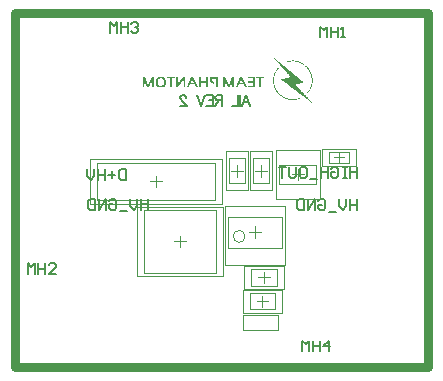
<source format=gbo>
G04*
G04 #@! TF.GenerationSoftware,Altium Limited,Altium Designer,20.2.6 (244)*
G04*
G04 Layer_Color=32896*
%FSLAX25Y25*%
%MOIN*%
G70*
G04*
G04 #@! TF.SameCoordinates,B85B110F-4335-4BA8-B73C-61F3E7A17BBE*
G04*
G04*
G04 #@! TF.FilePolarity,Positive*
G04*
G01*
G75*
%ADD12C,0.00197*%
%ADD13C,0.00650*%
%ADD14C,0.03000*%
%ADD15C,0.00394*%
G36*
X64427Y93349D02*
X63775D01*
Y94848D01*
X62026D01*
Y93349D01*
X61387D01*
Y96889D01*
X62026D01*
Y95417D01*
X63775D01*
Y96889D01*
X64427D01*
Y93349D01*
D02*
G37*
G36*
X56793D02*
X56154D01*
Y95972D01*
X54281Y93349D01*
X53642D01*
Y96889D01*
X54267D01*
Y94307D01*
X56127Y96889D01*
X56793D01*
Y93349D01*
D02*
G37*
G36*
X73088Y93349D02*
X72477D01*
Y95820D01*
X71506Y93349D01*
X70951D01*
X69979Y95820D01*
Y93349D01*
X69382D01*
Y96889D01*
X70034D01*
X71214Y94210D01*
X72394Y96889D01*
X73088D01*
Y93349D01*
D02*
G37*
G36*
X46202Y93349D02*
X45592D01*
Y95820D01*
X44620Y93349D01*
X44065D01*
X43107Y95820D01*
Y93349D01*
X42496D01*
Y96889D01*
X43149D01*
X44329Y94210D01*
X45522Y96889D01*
X46202D01*
Y93349D01*
D02*
G37*
G36*
X83040Y96319D02*
X82027D01*
Y93349D01*
X81388D01*
Y96319D01*
X80361D01*
Y96889D01*
X83040D01*
Y96319D01*
D02*
G37*
G36*
X79986Y93349D02*
X77543D01*
Y93918D01*
X79348D01*
Y94848D01*
X77668D01*
Y95431D01*
X79348D01*
Y96319D01*
X77571D01*
Y96889D01*
X79986D01*
Y93349D01*
D02*
G37*
G36*
X77238D02*
X76586D01*
X75406Y96208D01*
X74851Y94876D01*
X75573D01*
X75795Y94307D01*
X74615D01*
X74212Y93349D01*
X73504D01*
X75045Y96889D01*
X75753D01*
X77238Y93349D01*
D02*
G37*
G36*
X67522Y93349D02*
X66870D01*
Y96292D01*
X65981D01*
X65829Y96278D01*
X65732Y96236D01*
X65662Y96194D01*
X65648Y96181D01*
X65579Y96083D01*
X65551Y95986D01*
X65537Y95903D01*
Y95875D01*
Y95861D01*
X65551Y95764D01*
X65579Y95681D01*
X65648Y95542D01*
X65704Y95487D01*
X65732Y95445D01*
X65759Y95431D01*
X65773Y95417D01*
X65870Y95362D01*
X65968Y95306D01*
X66190Y95223D01*
X66287Y95195D01*
X66370Y95167D01*
X66426Y95153D01*
X66439D01*
X66342Y94584D01*
X66079Y94626D01*
X65856Y94696D01*
X65662Y94765D01*
X65509Y94834D01*
X65385Y94904D01*
X65301Y94959D01*
X65246Y95001D01*
X65232Y95015D01*
X65107Y95153D01*
X65010Y95292D01*
X64954Y95445D01*
X64899Y95584D01*
X64871Y95695D01*
X64857Y95806D01*
Y95861D01*
Y95889D01*
X64871Y96070D01*
X64899Y96222D01*
X64940Y96347D01*
X64996Y96458D01*
X65052Y96528D01*
X65093Y96597D01*
X65121Y96625D01*
X65135Y96639D01*
X65246Y96722D01*
X65371Y96777D01*
X65509Y96833D01*
X65634Y96861D01*
X65759Y96875D01*
X65856Y96889D01*
X67522D01*
Y93349D01*
D02*
G37*
G36*
X60943D02*
X60277D01*
X59111Y96208D01*
X58556Y94876D01*
X59263D01*
X59500Y94307D01*
X58320D01*
X57917Y93349D01*
X57209D01*
X58750Y96889D01*
X59458D01*
X60943Y93349D01*
D02*
G37*
G36*
X53267Y96319D02*
X52254D01*
Y93349D01*
X51588D01*
Y96319D01*
X50589D01*
Y96889D01*
X53267D01*
Y96319D01*
D02*
G37*
G36*
X48867Y96889D02*
X49145Y96833D01*
X49367Y96764D01*
X49561Y96680D01*
X49700Y96583D01*
X49811Y96514D01*
X49867Y96458D01*
X49894Y96444D01*
X50047Y96264D01*
X50144Y96056D01*
X50228Y95834D01*
X50283Y95612D01*
X50311Y95417D01*
X50325Y95265D01*
X50339Y95195D01*
Y95153D01*
Y95126D01*
Y95112D01*
X50311Y94793D01*
X50255Y94529D01*
X50172Y94293D01*
X50089Y94112D01*
X50006Y93960D01*
X49936Y93849D01*
X49881Y93793D01*
X49867Y93765D01*
X49672Y93613D01*
X49464Y93516D01*
X49256Y93432D01*
X49048Y93377D01*
X48853Y93349D01*
X48701Y93335D01*
X48645Y93321D01*
X48562D01*
X48257Y93335D01*
X47993Y93391D01*
X47771Y93460D01*
X47590Y93543D01*
X47438Y93627D01*
X47341Y93696D01*
X47271Y93752D01*
X47257Y93765D01*
X47105Y93960D01*
X46994Y94168D01*
X46924Y94390D01*
X46869Y94612D01*
X46841Y94806D01*
X46813Y94973D01*
Y95029D01*
Y95070D01*
Y95098D01*
Y95112D01*
X46827Y95431D01*
X46883Y95695D01*
X46952Y95931D01*
X47035Y96111D01*
X47118Y96264D01*
X47188Y96361D01*
X47243Y96430D01*
X47257Y96444D01*
X47438Y96597D01*
X47646Y96708D01*
X47868Y96791D01*
X48076Y96847D01*
X48270Y96875D01*
X48423Y96902D01*
X48562D01*
X48867Y96889D01*
D02*
G37*
G36*
X93159Y102302D02*
X93519Y102260D01*
X93839Y102205D01*
X93977Y102177D01*
X94102Y102149D01*
X94213Y102121D01*
X94310Y102094D01*
X94394Y102080D01*
X94449Y102066D01*
X94477Y102052D01*
X94491D01*
X94866Y101927D01*
X95213Y101774D01*
X95546Y101622D01*
X95823Y101469D01*
X95948Y101400D01*
X96073Y101330D01*
X96170Y101261D01*
X96254Y101219D01*
X96309Y101164D01*
X96365Y101136D01*
X96393Y101122D01*
X96406Y101108D01*
X96726Y100872D01*
X97031Y100608D01*
X97295Y100358D01*
X97531Y100123D01*
X97711Y99901D01*
X97794Y99817D01*
X97850Y99734D01*
X97905Y99664D01*
X97947Y99623D01*
X97961Y99595D01*
X97975Y99581D01*
X98197Y99234D01*
X98405Y98887D01*
X98558Y98554D01*
X98697Y98249D01*
X98752Y98110D01*
X98808Y97985D01*
X98835Y97874D01*
X98877Y97791D01*
X98905Y97707D01*
X98919Y97652D01*
X98932Y97624D01*
Y97610D01*
X99030Y97222D01*
X99099Y96833D01*
X99155Y96472D01*
X99182Y96153D01*
X99196Y96014D01*
Y95875D01*
X99210Y95764D01*
Y95667D01*
Y95598D01*
Y95528D01*
Y95500D01*
Y95487D01*
X99182Y95084D01*
X99127Y94709D01*
X99058Y94362D01*
X98988Y94043D01*
X98946Y93904D01*
X98919Y93779D01*
X98877Y93668D01*
X98849Y93585D01*
X98822Y93502D01*
X98808Y93446D01*
X98794Y93419D01*
Y93405D01*
X98641Y93030D01*
X98461Y92669D01*
X98280Y92350D01*
X98100Y92072D01*
X98017Y91947D01*
X97947Y91836D01*
X97878Y91739D01*
X97808Y91656D01*
X97767Y91586D01*
X97725Y91545D01*
X97711Y91517D01*
X97697Y91503D01*
Y91517D01*
X97461Y91684D01*
X97697Y92003D01*
X97919Y92322D01*
X98100Y92627D01*
X98238Y92905D01*
X98364Y93141D01*
X98405Y93252D01*
X98447Y93335D01*
X98475Y93405D01*
X98502Y93460D01*
X98516Y93488D01*
Y93502D01*
X98641Y93877D01*
X98724Y94224D01*
X98808Y94571D01*
X98849Y94876D01*
X98877Y95001D01*
X98891Y95126D01*
Y95237D01*
X98905Y95334D01*
X98919Y95403D01*
Y95459D01*
Y95487D01*
Y95500D01*
Y95875D01*
X98891Y96250D01*
X98849Y96583D01*
X98794Y96889D01*
X98766Y97027D01*
X98752Y97152D01*
X98724Y97263D01*
X98697Y97347D01*
X98683Y97430D01*
X98669Y97485D01*
X98655Y97513D01*
Y97527D01*
X98530Y97902D01*
X98377Y98249D01*
X98225Y98568D01*
X98072Y98846D01*
X98003Y98971D01*
X97933Y99082D01*
X97878Y99165D01*
X97822Y99248D01*
X97781Y99318D01*
X97753Y99359D01*
X97725Y99387D01*
Y99401D01*
X97475Y99720D01*
X97225Y99998D01*
X96975Y100261D01*
X96740Y100470D01*
X96545Y100650D01*
X96379Y100775D01*
X96323Y100830D01*
X96281Y100858D01*
X96254Y100886D01*
X96240D01*
X95907Y101094D01*
X95587Y101275D01*
X95282Y101427D01*
X95004Y101552D01*
X94755Y101649D01*
X94657Y101691D01*
X94574Y101719D01*
X94505Y101746D01*
X94449Y101760D01*
X94421Y101774D01*
X94408D01*
X94033Y101872D01*
X93672Y101941D01*
X93339Y101982D01*
X93020Y102010D01*
X92881D01*
X92756Y102024D01*
X92381D01*
X91992Y101996D01*
X91618Y101955D01*
X91271Y101885D01*
X90965Y101802D01*
X90827Y101774D01*
X90702Y101733D01*
X90591Y101705D01*
X90507Y101663D01*
X90424Y101649D01*
X90369Y101622D01*
X90341Y101608D01*
X90327D01*
X90230Y101872D01*
X90618Y102010D01*
X91007Y102121D01*
X91368Y102205D01*
X91687Y102260D01*
X91840Y102274D01*
X91965Y102302D01*
X92090D01*
X92187Y102316D01*
X92256Y102330D01*
X92770D01*
X93159Y102302D01*
D02*
G37*
G36*
X87870Y99887D02*
X87607Y99567D01*
X87384Y99248D01*
X87190Y98943D01*
X87037Y98665D01*
X86913Y98415D01*
X86857Y98318D01*
X86815Y98221D01*
X86787Y98152D01*
X86760Y98096D01*
X86746Y98068D01*
Y98054D01*
X86607Y97680D01*
X86510Y97319D01*
X86427Y96972D01*
X86371Y96666D01*
X86357Y96528D01*
X86330Y96403D01*
Y96292D01*
X86316Y96208D01*
X86302Y96125D01*
Y96070D01*
Y96042D01*
Y96028D01*
Y95639D01*
X86316Y95278D01*
X86357Y94931D01*
X86399Y94612D01*
X86427Y94473D01*
X86454Y94349D01*
X86468Y94238D01*
X86496Y94154D01*
X86510Y94071D01*
X86524Y94015D01*
X86538Y93988D01*
Y93974D01*
X86663Y93599D01*
X86815Y93238D01*
X86968Y92905D01*
X87121Y92614D01*
X87190Y92489D01*
X87260Y92378D01*
X87329Y92280D01*
X87371Y92197D01*
X87426Y92128D01*
X87454Y92086D01*
X87468Y92058D01*
X87481Y92044D01*
X87731Y91711D01*
X87995Y91420D01*
X88245Y91170D01*
X88495Y90948D01*
X88703Y90767D01*
X88786Y90698D01*
X88856Y90642D01*
X88925Y90587D01*
X88967Y90559D01*
X88994Y90545D01*
X89008Y90531D01*
X89341Y90323D01*
X89675Y90143D01*
X89994Y89990D01*
X90285Y89865D01*
X90535Y89768D01*
X90632Y89726D01*
X90729Y89699D01*
X90799Y89671D01*
X90854Y89657D01*
X90882Y89643D01*
X90896D01*
X91271Y89560D01*
X91645Y89490D01*
X91992Y89449D01*
X92298Y89435D01*
X92451Y89421D01*
X92964D01*
X93353Y89463D01*
X93727Y89518D01*
X94088Y89601D01*
X94394Y89685D01*
X94547Y89726D01*
X94671Y89768D01*
X94769Y89810D01*
X94866Y89837D01*
X94949Y89865D01*
X95004Y89893D01*
X95032Y89907D01*
X95046D01*
X95157Y89643D01*
X94713Y89477D01*
X94505Y89407D01*
X94310Y89352D01*
X94144Y89310D01*
X94019Y89282D01*
X93936Y89254D01*
X93908D01*
X93658Y89213D01*
X93436Y89185D01*
X93214Y89157D01*
X93020Y89144D01*
X92853D01*
X92728Y89130D01*
X92617D01*
X92284Y89144D01*
X92131D01*
X92006Y89157D01*
X91895Y89171D01*
X91798D01*
X91743Y89185D01*
X91729D01*
X91410Y89241D01*
X91257Y89268D01*
X91118Y89296D01*
X91007Y89324D01*
X90924Y89352D01*
X90868Y89366D01*
X90854D01*
X90452Y89490D01*
X90077Y89643D01*
X89744Y89796D01*
X89439Y89948D01*
X89314Y90018D01*
X89189Y90087D01*
X89092Y90143D01*
X89008Y90198D01*
X88939Y90254D01*
X88883Y90282D01*
X88856Y90295D01*
X88842Y90309D01*
X88509Y90559D01*
X88203Y90823D01*
X87926Y91087D01*
X87704Y91337D01*
X87509Y91545D01*
X87440Y91642D01*
X87371Y91711D01*
X87329Y91781D01*
X87287Y91822D01*
X87273Y91850D01*
X87260Y91864D01*
X87024Y92211D01*
X86829Y92558D01*
X86649Y92905D01*
X86510Y93210D01*
X86454Y93349D01*
X86413Y93474D01*
X86371Y93585D01*
X86330Y93682D01*
X86302Y93752D01*
X86288Y93821D01*
X86274Y93849D01*
Y93863D01*
X86177Y94265D01*
X86093Y94668D01*
X86052Y95043D01*
X86024Y95376D01*
X86010Y95528D01*
Y95667D01*
Y95792D01*
Y95889D01*
Y95973D01*
Y96028D01*
Y96070D01*
Y96083D01*
X86052Y96500D01*
X86121Y96889D01*
X86191Y97249D01*
X86274Y97569D01*
X86316Y97707D01*
X86357Y97832D01*
X86399Y97943D01*
X86427Y98041D01*
X86454Y98124D01*
X86482Y98179D01*
X86496Y98207D01*
Y98221D01*
X86663Y98596D01*
X86857Y98957D01*
X87037Y99262D01*
X87232Y99540D01*
X87315Y99664D01*
X87398Y99762D01*
X87468Y99859D01*
X87523Y99942D01*
X87579Y99998D01*
X87620Y100039D01*
X87634Y100067D01*
X87648Y100081D01*
X87870Y99887D01*
D02*
G37*
G36*
X86940Y102690D02*
X87384Y102330D01*
X87787Y101996D01*
X87981Y101844D01*
X88162Y101691D01*
X88314Y101566D01*
X88467Y101441D01*
X88592Y101344D01*
X88703Y101247D01*
X88786Y101177D01*
X88856Y101122D01*
X88897Y101094D01*
X88911Y101080D01*
X89355Y100719D01*
X89799Y100358D01*
X90216Y100025D01*
X90396Y99859D01*
X90577Y99720D01*
X90743Y99581D01*
X90896Y99470D01*
X91021Y99359D01*
X91132Y99262D01*
X91215Y99193D01*
X91285Y99137D01*
X91326Y99109D01*
X91340Y99095D01*
X91784Y98735D01*
X92229Y98374D01*
X92645Y98041D01*
X92825Y97888D01*
X93006Y97735D01*
X93172Y97610D01*
X93325Y97485D01*
X93450Y97388D01*
X93561Y97291D01*
X93644Y97222D01*
X93714Y97166D01*
X93755Y97138D01*
X93769Y97124D01*
X94227Y96750D01*
X94657Y96389D01*
X95074Y96056D01*
X95268Y95903D01*
X95449Y95750D01*
X95601Y95612D01*
X95754Y95500D01*
X95893Y95389D01*
X96004Y95292D01*
X96087Y95223D01*
X96157Y95167D01*
X96198Y95140D01*
X96212Y95126D01*
X95962Y95043D01*
X95712Y94959D01*
X95490Y94876D01*
X95296Y94806D01*
X95116Y94751D01*
X94991Y94709D01*
X94907Y94682D01*
X94893Y94668D01*
X94880D01*
X94630Y94585D01*
X94394Y94515D01*
X94172Y94432D01*
X93963Y94362D01*
X93797Y94307D01*
X93658Y94265D01*
X93575Y94238D01*
X93561Y94224D01*
X93547D01*
X93811Y93946D01*
X94061Y93668D01*
X94297Y93405D01*
X94519Y93183D01*
X94685Y92988D01*
X94824Y92836D01*
X94880Y92780D01*
X94921Y92738D01*
X94935Y92725D01*
X94949Y92711D01*
X95213Y92433D01*
X95463Y92155D01*
X95712Y91892D01*
X95921Y91670D01*
X96101Y91475D01*
X96240Y91323D01*
X96295Y91267D01*
X96337Y91225D01*
X96351Y91212D01*
X96365Y91198D01*
X96628Y90920D01*
X96878Y90656D01*
X97114Y90407D01*
X97322Y90184D01*
X97503Y89990D01*
X97628Y89837D01*
X97683Y89782D01*
X97725Y89740D01*
X97739Y89726D01*
X97753Y89713D01*
X98017Y89435D01*
X98266Y89171D01*
X98502Y88921D01*
X98711Y88699D01*
X98891Y88505D01*
X99016Y88352D01*
X99071Y88297D01*
X99113Y88255D01*
X99127Y88241D01*
X99141Y88227D01*
Y88213D01*
Y88200D01*
X99127Y88172D01*
X99113Y88158D01*
X98627Y88519D01*
X98169Y88866D01*
X97725Y89199D01*
X97517Y89352D01*
X97336Y89490D01*
X97156Y89629D01*
X97003Y89740D01*
X96864Y89851D01*
X96740Y89935D01*
X96642Y90004D01*
X96573Y90060D01*
X96531Y90087D01*
X96517Y90101D01*
X96032Y90462D01*
X95560Y90809D01*
X95116Y91142D01*
X94921Y91295D01*
X94727Y91434D01*
X94560Y91572D01*
X94394Y91684D01*
X94255Y91795D01*
X94144Y91878D01*
X94047Y91947D01*
X93977Y92003D01*
X93936Y92031D01*
X93922Y92044D01*
X93436Y92419D01*
X92964Y92766D01*
X92520Y93099D01*
X92312Y93252D01*
X92131Y93405D01*
X91951Y93530D01*
X91798Y93655D01*
X91659Y93752D01*
X91535Y93849D01*
X91437Y93918D01*
X91368Y93974D01*
X91326Y94002D01*
X91312Y94015D01*
X90827Y94390D01*
X90355Y94751D01*
X89911Y95084D01*
X89702Y95237D01*
X89508Y95376D01*
X89328Y95514D01*
X89175Y95626D01*
X89036Y95736D01*
X88911Y95820D01*
X88814Y95889D01*
X88745Y95945D01*
X88703Y95973D01*
X88689Y95986D01*
X88994Y96070D01*
X89286Y96153D01*
X89564Y96222D01*
X89813Y96292D01*
X90022Y96333D01*
X90105Y96361D01*
X90174Y96375D01*
X90230Y96403D01*
X90271D01*
X90299Y96417D01*
X90313D01*
X90618Y96500D01*
X90910Y96583D01*
X91174Y96653D01*
X91423Y96722D01*
X91632Y96777D01*
X91715Y96805D01*
X91784Y96819D01*
X91840Y96833D01*
X91882Y96847D01*
X91909Y96861D01*
X91923D01*
X91659Y97152D01*
X91410Y97416D01*
X91188Y97680D01*
X90979Y97916D01*
X90799Y98110D01*
X90660Y98263D01*
X90618Y98318D01*
X90577Y98360D01*
X90563Y98374D01*
X90549Y98388D01*
X90285Y98679D01*
X90035Y98957D01*
X89813Y99220D01*
X89605Y99456D01*
X89425Y99651D01*
X89286Y99803D01*
X89244Y99859D01*
X89203Y99901D01*
X89189Y99914D01*
X89175Y99928D01*
X88925Y100220D01*
X88675Y100484D01*
X88439Y100747D01*
X88245Y100983D01*
X88064Y101177D01*
X87926Y101330D01*
X87884Y101386D01*
X87842Y101427D01*
X87828Y101441D01*
X87815Y101455D01*
X87565Y101746D01*
X87315Y102010D01*
X87093Y102274D01*
X86885Y102496D01*
X86718Y102690D01*
X86579Y102843D01*
X86538Y102899D01*
X86496Y102940D01*
X86482Y102954D01*
X86468Y102968D01*
Y102996D01*
X86482Y103010D01*
Y103037D01*
X86496Y103051D01*
X86940Y102690D01*
D02*
G37*
%LPC*%
G36*
X48659Y96347D02*
X48562D01*
X48382Y96333D01*
X48215Y96292D01*
X48076Y96250D01*
X47965Y96194D01*
X47882Y96125D01*
X47826Y96083D01*
X47785Y96042D01*
X47771Y96028D01*
X47674Y95903D01*
X47604Y95764D01*
X47563Y95612D01*
X47521Y95459D01*
X47507Y95334D01*
X47493Y95223D01*
Y95153D01*
Y95140D01*
Y95126D01*
X47507Y94918D01*
X47535Y94723D01*
X47576Y94571D01*
X47632Y94446D01*
X47688Y94335D01*
X47729Y94265D01*
X47757Y94224D01*
X47771Y94210D01*
X47882Y94112D01*
X48007Y94029D01*
X48132Y93974D01*
X48270Y93946D01*
X48382Y93918D01*
X48479Y93904D01*
X48562D01*
X48756Y93918D01*
X48923Y93946D01*
X49076Y94002D01*
X49187Y94057D01*
X49284Y94112D01*
X49339Y94168D01*
X49381Y94196D01*
X49395Y94210D01*
X49478Y94335D01*
X49547Y94487D01*
X49589Y94640D01*
X49631Y94779D01*
X49645Y94918D01*
X49659Y95029D01*
Y95098D01*
Y95126D01*
X49645Y95334D01*
X49617Y95514D01*
X49575Y95667D01*
X49520Y95806D01*
X49478Y95903D01*
X49437Y95972D01*
X49409Y96014D01*
X49395Y96028D01*
X49284Y96139D01*
X49145Y96208D01*
X49006Y96264D01*
X48867Y96306D01*
X48756Y96333D01*
X48659Y96347D01*
D02*
G37*
%LPD*%
D12*
X69961Y34157D02*
X90039D01*
X69961Y53843D02*
X90039D01*
X69961Y34157D02*
Y53843D01*
X90039Y34157D02*
Y53843D01*
X86976Y72583D02*
X101543D01*
X86976Y56047D02*
X101543D01*
Y72583D01*
X86976Y56047D02*
Y72583D01*
X75961Y18260D02*
X88953D01*
X75961Y25740D02*
X88953D01*
Y18260D02*
Y25740D01*
X75961Y18260D02*
Y25740D01*
X102291Y67244D02*
Y72756D01*
X113709Y67244D02*
Y72756D01*
X102291D02*
X113709D01*
X102291Y67244D02*
X113709D01*
X87559Y12441D02*
Y17559D01*
X76339Y12441D02*
X87559D01*
X76142D02*
Y17559D01*
X76339D02*
X87559D01*
X24953Y54520D02*
X69047D01*
X24953Y69480D02*
X69047D01*
Y54520D02*
Y69480D01*
X24953Y54520D02*
Y69480D01*
X40492Y30386D02*
X69232D01*
X40492Y53614D02*
X69232D01*
Y30386D02*
Y53614D01*
X40492Y30386D02*
Y53614D01*
X76307Y26063D02*
X89693D01*
X76307Y33937D02*
X89693D01*
Y26063D02*
Y33937D01*
X76307Y26063D02*
Y33937D01*
X70260Y59047D02*
Y72039D01*
X77740Y59047D02*
Y72039D01*
X70260Y59047D02*
X77740D01*
X70260Y72039D02*
X77740D01*
X85740Y59047D02*
Y72039D01*
X78260Y59047D02*
Y72039D01*
X85740D01*
X78260Y59047D02*
X85740D01*
D13*
X75722Y87288D02*
X77055Y90787D01*
X78388Y87288D01*
X77888Y88454D02*
X76222D01*
X74905Y90787D02*
Y87288D01*
X74172Y90787D02*
Y87288D01*
X72173D01*
X69040Y90787D02*
Y87288D01*
Y90787D02*
X67540D01*
X67040Y90621D01*
X66874Y90454D01*
X66707Y90121D01*
Y89787D01*
X66874Y89454D01*
X67040Y89288D01*
X67540Y89121D01*
X69040D01*
X67874D02*
X66707Y87288D01*
X63758Y90787D02*
X65924D01*
Y87288D01*
X63758D01*
X65924Y89121D02*
X64591D01*
X63174Y90787D02*
X61841Y87288D01*
X60508Y90787D02*
X61841Y87288D01*
X57142Y89954D02*
Y90121D01*
X56976Y90454D01*
X56809Y90621D01*
X56476Y90787D01*
X55809D01*
X55476Y90621D01*
X55309Y90454D01*
X55143Y90121D01*
Y89787D01*
X55309Y89454D01*
X55643Y88954D01*
X57309Y87288D01*
X54976D01*
X114094Y66767D02*
Y63268D01*
Y65017D01*
X111762D01*
Y66767D01*
Y63268D01*
X110596Y66767D02*
X109429D01*
X110012D01*
Y63268D01*
X110596D01*
X109429D01*
X105347Y66183D02*
X105930Y66767D01*
X107097D01*
X107680Y66183D01*
Y63851D01*
X107097Y63268D01*
X105930D01*
X105347Y63851D01*
Y65017D01*
X106514D01*
X104181Y66767D02*
Y63268D01*
Y65017D01*
X101848D01*
Y66767D01*
Y63268D01*
X100682Y62685D02*
X98350D01*
X95434Y66767D02*
X96600D01*
X97183Y66183D01*
Y63851D01*
X96600Y63268D01*
X95434D01*
X94851Y63851D01*
Y66183D01*
X95434Y66767D01*
X93684D02*
Y63851D01*
X93101Y63268D01*
X91935D01*
X91352Y63851D01*
Y66767D01*
X90186D02*
X87853D01*
X89019D01*
Y63268D01*
X113938Y55979D02*
Y52480D01*
Y54230D01*
X111606D01*
Y55979D01*
Y52480D01*
X110439Y55979D02*
Y53647D01*
X109273Y52480D01*
X108107Y53647D01*
Y55979D01*
X106941Y51897D02*
X104608D01*
X101109Y55396D02*
X101692Y55979D01*
X102858D01*
X103442Y55396D01*
Y53063D01*
X102858Y52480D01*
X101692D01*
X101109Y53063D01*
Y54230D01*
X102275D01*
X99943Y52480D02*
Y55979D01*
X97610Y52480D01*
Y55979D01*
X96444D02*
Y52480D01*
X94695D01*
X94111Y53063D01*
Y55396D01*
X94695Y55979D01*
X96444D01*
X36968Y66019D02*
Y62520D01*
X35219D01*
X34636Y63103D01*
Y65435D01*
X35219Y66019D01*
X36968D01*
X33470Y64269D02*
X31137D01*
X32303Y65435D02*
Y63103D01*
X29971Y66019D02*
Y62520D01*
Y64269D01*
X27638D01*
Y66019D01*
Y62520D01*
X26472Y66019D02*
Y63686D01*
X25306Y62520D01*
X24139Y63686D01*
Y66019D01*
X44252Y56058D02*
Y52559D01*
Y54308D01*
X41919D01*
Y56058D01*
Y52559D01*
X40753Y56058D02*
Y53725D01*
X39587Y52559D01*
X38421Y53725D01*
Y56058D01*
X37254Y51976D02*
X34922D01*
X31423Y55475D02*
X32006Y56058D01*
X33172D01*
X33755Y55475D01*
Y53142D01*
X33172Y52559D01*
X32006D01*
X31423Y53142D01*
Y54308D01*
X32589D01*
X30257Y52559D02*
Y56058D01*
X27924Y52559D01*
Y56058D01*
X26758D02*
Y52559D01*
X25008D01*
X24425Y53142D01*
Y55475D01*
X25008Y56058D01*
X26758D01*
X101699Y110011D02*
Y113510D01*
X102866Y112344D01*
X104032Y113510D01*
Y110011D01*
X105198Y113510D02*
Y110011D01*
Y111760D01*
X107531D01*
Y113510D01*
Y110011D01*
X108697D02*
X109863D01*
X109280D01*
Y113510D01*
X108697Y112927D01*
X4200Y31200D02*
Y34699D01*
X5366Y33533D01*
X6533Y34699D01*
Y31200D01*
X7699Y34699D02*
Y31200D01*
Y32949D01*
X10031D01*
Y34699D01*
Y31200D01*
X13530D02*
X11198D01*
X13530Y33533D01*
Y34116D01*
X12947Y34699D01*
X11781D01*
X11198Y34116D01*
X31661Y111609D02*
Y115108D01*
X32828Y113942D01*
X33994Y115108D01*
Y111609D01*
X35160Y115108D02*
Y111609D01*
Y113358D01*
X37493D01*
Y115108D01*
Y111609D01*
X38659Y114525D02*
X39242Y115108D01*
X40409D01*
X40992Y114525D01*
Y113942D01*
X40409Y113358D01*
X39825D01*
X40409D01*
X40992Y112775D01*
Y112192D01*
X40409Y111609D01*
X39242D01*
X38659Y112192D01*
X95801Y5382D02*
Y8881D01*
X96967Y7715D01*
X98133Y8881D01*
Y5382D01*
X99300Y8881D02*
Y5382D01*
Y7131D01*
X101632D01*
Y8881D01*
Y5382D01*
X104548D02*
Y8881D01*
X102798Y7131D01*
X105131D01*
D14*
X0Y118110D02*
X0Y118110D01*
X137795D01*
Y0D02*
Y118110D01*
X137795Y0D02*
X137795Y0D01*
X0Y0D02*
X137795D01*
X0D02*
Y118110D01*
D15*
X76653Y43695D02*
G03*
X76653Y43695I-1969J0D01*
G01*
X70945Y39955D02*
X89055D01*
X70945Y50191D02*
X89055D01*
X70945Y39955D02*
Y50191D01*
X89055Y39955D02*
Y50191D01*
X88059Y67563D02*
X100461D01*
X88059Y61067D02*
X100461D01*
Y67563D01*
X88059Y61067D02*
Y67563D01*
X78323Y19342D02*
X86591D01*
X78323Y24657D02*
X86591D01*
Y19342D02*
Y24657D01*
X78323Y19342D02*
Y24657D01*
X104654Y68228D02*
Y71772D01*
X111346Y68228D02*
Y71772D01*
X104654D02*
X111346D01*
X104654Y68228D02*
X111346D01*
X27315Y55701D02*
X66685D01*
X27315Y68299D02*
X66685D01*
Y55701D02*
Y68299D01*
X27315Y55701D02*
Y68299D01*
X42854Y31370D02*
X66870D01*
X42854Y52630D02*
X66870D01*
Y31370D02*
Y52630D01*
X42854Y31370D02*
Y52630D01*
X78669Y27146D02*
X87331D01*
X78669Y32854D02*
X87331D01*
Y27146D02*
Y32854D01*
X78669Y27146D02*
Y32854D01*
X71342Y61409D02*
Y69677D01*
X76657Y61409D02*
Y69677D01*
X71342Y61409D02*
X76657D01*
X71342Y69677D02*
X76657D01*
X84658Y61409D02*
Y69677D01*
X79343Y61409D02*
Y69677D01*
X84658D01*
X79343Y61409D02*
X84658D01*
X80000Y43104D02*
Y47041D01*
X78031Y45073D02*
X81968D01*
X94260Y62347D02*
Y66284D01*
X92291Y64315D02*
X96228D01*
X82457Y20031D02*
Y23968D01*
X80488Y22000D02*
X84425D01*
X106228Y70000D02*
X109772D01*
X108000Y68228D02*
Y71772D01*
X47000Y60031D02*
Y63968D01*
X45031Y62000D02*
X48968D01*
X54862Y40031D02*
Y43968D01*
X52894Y42000D02*
X56831D01*
X83000Y28032D02*
Y31969D01*
X81032Y30000D02*
X84969D01*
X72031Y65543D02*
X75968D01*
X74000Y63575D02*
Y67512D01*
X80032Y65543D02*
X83969D01*
X82000Y63575D02*
Y67512D01*
M02*

</source>
